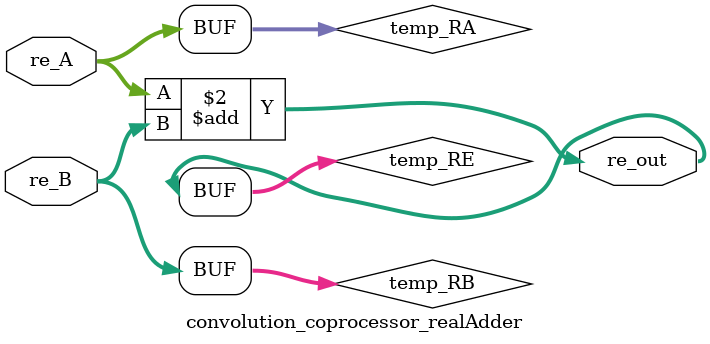
<source format=sv>
/*	
   ===================================================================
   Module Name  : Real adder
      
   Filename     : realAdder.v
   Type         : Verilog Module
   
   Description  : 
                  real adder with independent buses for real and imaginary parts.
                  Input    :  "DATA_WIDTH" length word in 2's complement representation.
                  Output   :  "DATA_WIDTH" length word in 2's complement representation.
                  
                  Designer must take care of overflow. 
                  We recommend to instantiate a "DATA WIDTH" length adder for "DATA WIDTH-1" length inputs.
                  
   -----------------------------------------------------------------------------
   Clocks      : -
   Reset       : -
   Parameters  :   
         NAME                         Comments                                            Default
         -------------------------------------------------------------------------------------------
         DATA_WIDTH              Number of data bits for inputs and outputs               22 
         -------------------------------------------------------------------------------------------
   Version     : 1.0
   Data        : 14 Nov 2018
   Revision    : -
   Reviser     : -		
   ------------------------------------------------------------------------------
      Modification Log "please register all the modifications in this area"
      (D/M/Y)  
      
   ----------------------
   // Instance template
   ----------------------
   realAdder
   #(
      .DATA_WIDTH    ()
   )
   "MODULE_NAME"
   (
       .re_A      (),
       .re_B      (),
       .re_out    ()
   );
*/


module convolution_coprocessor_realAdder
#(
   parameter DATA_WIDTH = 6)
(
    input  [DATA_WIDTH-1 : 0] re_A,
	input  [DATA_WIDTH-1 : 0] re_B,
    output [DATA_WIDTH-1 : 0] re_out
);
	
	reg signed  [DATA_WIDTH -1: 0] temp_RA;
	reg signed  [DATA_WIDTH -1: 0] temp_RB;
	wire signed [DATA_WIDTH -1: 0] temp_RE;
	
	always@(re_A, re_B)
	begin
		temp_RA = re_A;
		temp_RB = re_B;
	end 
	
	assign temp_RE = temp_RA + temp_RB;
	
	assign re_out = temp_RE;
endmodule

</source>
